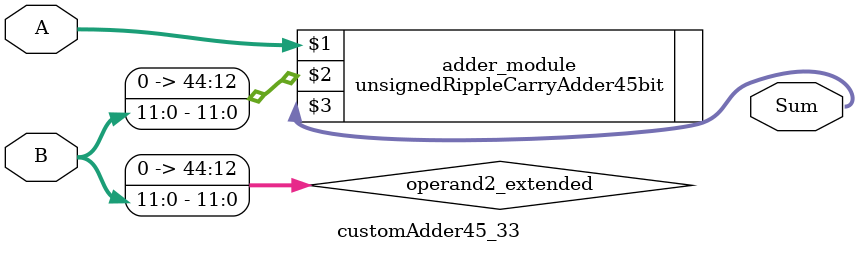
<source format=v>
module customAdder45_33(
                        input [44 : 0] A,
                        input [11 : 0] B,
                        
                        output [45 : 0] Sum
                );

        wire [44 : 0] operand2_extended;
        
        assign operand2_extended =  {33'b0, B};
        
        unsignedRippleCarryAdder45bit adder_module(
            A,
            operand2_extended,
            Sum
        );
        
        endmodule
        
</source>
